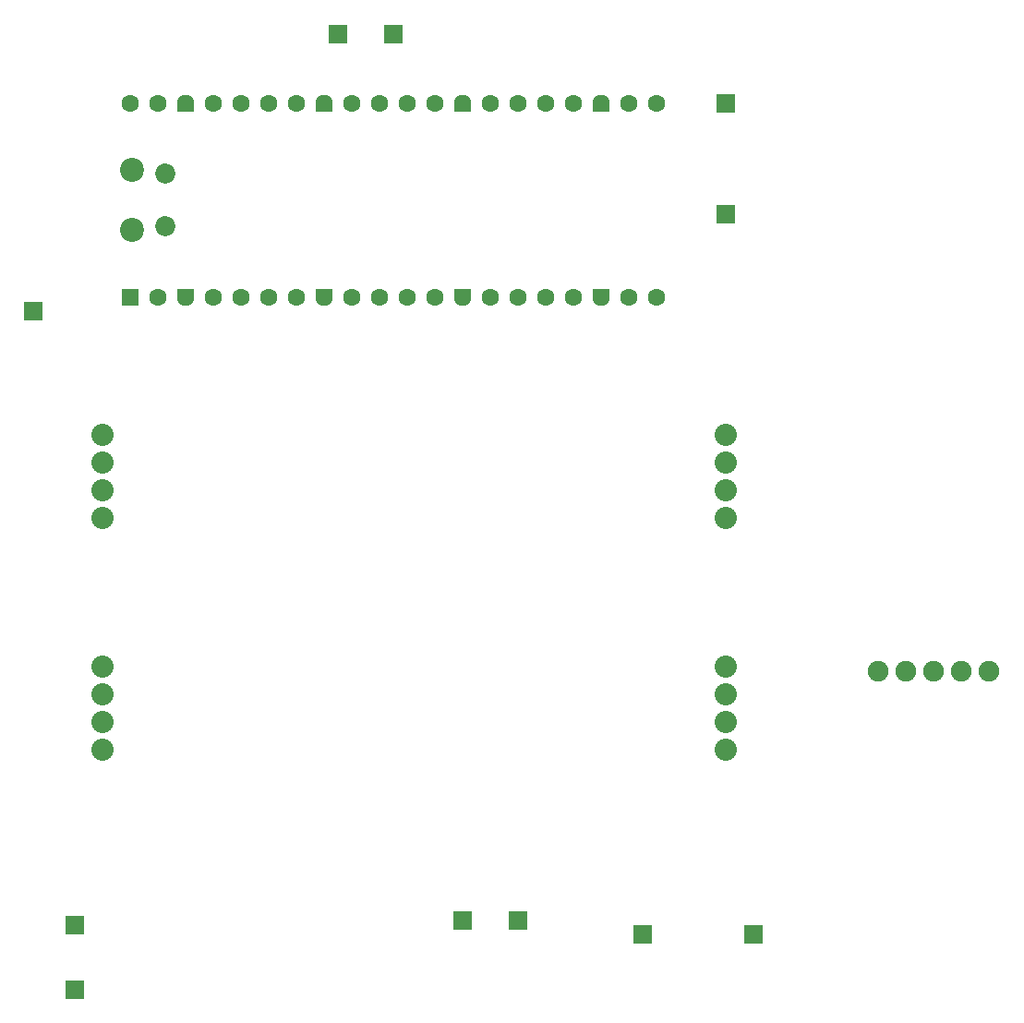
<source format=gbs>
%TF.GenerationSoftware,KiCad,Pcbnew,9.0.2*%
%TF.CreationDate,2025-06-04T18:26:56+02:00*%
%TF.ProjectId,schaltung_labor_netzteil_display,73636861-6c74-4756-9e67-5f6c61626f72,rev?*%
%TF.SameCoordinates,Original*%
%TF.FileFunction,Soldermask,Bot*%
%TF.FilePolarity,Negative*%
%FSLAX46Y46*%
G04 Gerber Fmt 4.6, Leading zero omitted, Abs format (unit mm)*
G04 Created by KiCad (PCBNEW 9.0.2) date 2025-06-04 18:26:56*
%MOMM*%
%LPD*%
G01*
G04 APERTURE LIST*
G04 Aperture macros list*
%AMRoundRect*
0 Rectangle with rounded corners*
0 $1 Rounding radius*
0 $2 $3 $4 $5 $6 $7 $8 $9 X,Y pos of 4 corners*
0 Add a 4 corners polygon primitive as box body*
4,1,4,$2,$3,$4,$5,$6,$7,$8,$9,$2,$3,0*
0 Add four circle primitives for the rounded corners*
1,1,$1+$1,$2,$3*
1,1,$1+$1,$4,$5*
1,1,$1+$1,$6,$7*
1,1,$1+$1,$8,$9*
0 Add four rect primitives between the rounded corners*
20,1,$1+$1,$2,$3,$4,$5,0*
20,1,$1+$1,$4,$5,$6,$7,0*
20,1,$1+$1,$6,$7,$8,$9,0*
20,1,$1+$1,$8,$9,$2,$3,0*%
%AMFreePoly0*
4,1,37,0.603843,0.796157,0.639018,0.796157,0.711114,0.766294,0.766294,0.711114,0.796157,0.639018,0.796157,0.603843,0.800000,0.600000,0.800000,-0.600000,0.796157,-0.603843,0.796157,-0.639018,0.766294,-0.711114,0.711114,-0.766294,0.639018,-0.796157,0.603843,-0.796157,0.600000,-0.800000,0.000000,-0.800000,0.000000,-0.796148,-0.078414,-0.796148,-0.232228,-0.765552,-0.377117,-0.705537,
-0.507515,-0.618408,-0.618408,-0.507515,-0.705537,-0.377117,-0.765552,-0.232228,-0.796148,-0.078414,-0.796148,0.078414,-0.765552,0.232228,-0.705537,0.377117,-0.618408,0.507515,-0.507515,0.618408,-0.377117,0.705537,-0.232228,0.765552,-0.078414,0.796148,0.000000,0.796148,0.000000,0.800000,0.600000,0.800000,0.603843,0.796157,0.603843,0.796157,$1*%
%AMFreePoly1*
4,1,37,0.000000,0.796148,0.078414,0.796148,0.232228,0.765552,0.377117,0.705537,0.507515,0.618408,0.618408,0.507515,0.705537,0.377117,0.765552,0.232228,0.796148,0.078414,0.796148,-0.078414,0.765552,-0.232228,0.705537,-0.377117,0.618408,-0.507515,0.507515,-0.618408,0.377117,-0.705537,0.232228,-0.765552,0.078414,-0.796148,0.000000,-0.796148,0.000000,-0.800000,-0.600000,-0.800000,
-0.603843,-0.796157,-0.639018,-0.796157,-0.711114,-0.766294,-0.766294,-0.711114,-0.796157,-0.639018,-0.796157,-0.603843,-0.800000,-0.600000,-0.800000,0.600000,-0.796157,0.603843,-0.796157,0.639018,-0.766294,0.711114,-0.711114,0.766294,-0.639018,0.796157,-0.603843,0.796157,-0.600000,0.800000,0.000000,0.800000,0.000000,0.796148,0.000000,0.796148,$1*%
G04 Aperture macros list end*
%ADD10R,1.700000X1.700000*%
%ADD11C,2.032000*%
%ADD12C,1.900000*%
%ADD13C,2.200000*%
%ADD14C,1.850000*%
%ADD15RoundRect,0.200000X0.600000X-0.600000X0.600000X0.600000X-0.600000X0.600000X-0.600000X-0.600000X0*%
%ADD16C,1.600000*%
%ADD17FreePoly0,90.000000*%
%ADD18FreePoly1,90.000000*%
G04 APERTURE END LIST*
D10*
%TO.C,J3*%
X234950000Y-105410000D03*
%TD*%
%TO.C,J5*%
X179070000Y-48260000D03*
%TD*%
D11*
%TO.C,U2*%
X185374440Y-80875320D03*
X242524440Y-80875320D03*
X185374440Y-83415320D03*
X242524440Y-83415320D03*
X185374440Y-85955320D03*
X242524440Y-85955320D03*
X185374440Y-88495320D03*
X242524440Y-88495320D03*
%TD*%
%TO.C,U1*%
X185420000Y-59660000D03*
X242570000Y-59660000D03*
X185420000Y-62200000D03*
X242570000Y-62200000D03*
X185420000Y-64740000D03*
X242570000Y-64740000D03*
X185420000Y-67280000D03*
X242570000Y-67280000D03*
%TD*%
D10*
%TO.C,J11*%
X223520000Y-104140000D03*
%TD*%
%TO.C,J9*%
X207010000Y-22860000D03*
%TD*%
%TO.C,J7*%
X242570000Y-29210000D03*
%TD*%
%TO.C,J8*%
X212090000Y-22860000D03*
%TD*%
%TO.C,J2*%
X182880000Y-110490000D03*
%TD*%
D12*
%TO.C,U3*%
X256540000Y-81280000D03*
X259080000Y-81280000D03*
X261620000Y-81280000D03*
X264160000Y-81280000D03*
X266700000Y-81280000D03*
%TD*%
D10*
%TO.C,J4*%
X245110000Y-105410000D03*
%TD*%
D13*
%TO.C,A1*%
X188090000Y-40825000D03*
D14*
X191120000Y-40525000D03*
X191120000Y-35675000D03*
D13*
X188090000Y-35375000D03*
D15*
X187960000Y-46990000D03*
D16*
X190500000Y-46990000D03*
D17*
X193040000Y-46990000D03*
D16*
X195580000Y-46990000D03*
X198120000Y-46990000D03*
X200660000Y-46990000D03*
X203200000Y-46990000D03*
D17*
X205740000Y-46990000D03*
D16*
X208280000Y-46990000D03*
X210820000Y-46990000D03*
X213360000Y-46990000D03*
X215900000Y-46990000D03*
D17*
X218440000Y-46990000D03*
D16*
X220980000Y-46990000D03*
X223520000Y-46990000D03*
X226060000Y-46990000D03*
X228600000Y-46990000D03*
D17*
X231140000Y-46990000D03*
D16*
X233680000Y-46990000D03*
X236220000Y-46990000D03*
X236220000Y-29210000D03*
X233680000Y-29210000D03*
D18*
X231140000Y-29210000D03*
D16*
X228600000Y-29210000D03*
X226060000Y-29210000D03*
X223520000Y-29210000D03*
X220980000Y-29210000D03*
D18*
X218440000Y-29210000D03*
D16*
X215900000Y-29210000D03*
X213360000Y-29210000D03*
X210820000Y-29210000D03*
X208280000Y-29210000D03*
D18*
X205740000Y-29210000D03*
D16*
X203200000Y-29210000D03*
X200660000Y-29210000D03*
X198120000Y-29210000D03*
X195580000Y-29210000D03*
D18*
X193040000Y-29210000D03*
D16*
X190500000Y-29210000D03*
X187960000Y-29210000D03*
%TD*%
D10*
%TO.C,J6*%
X242570000Y-39370000D03*
%TD*%
%TO.C,J10*%
X218440000Y-104140000D03*
%TD*%
%TO.C,J1*%
X182880000Y-104620000D03*
%TD*%
M02*

</source>
